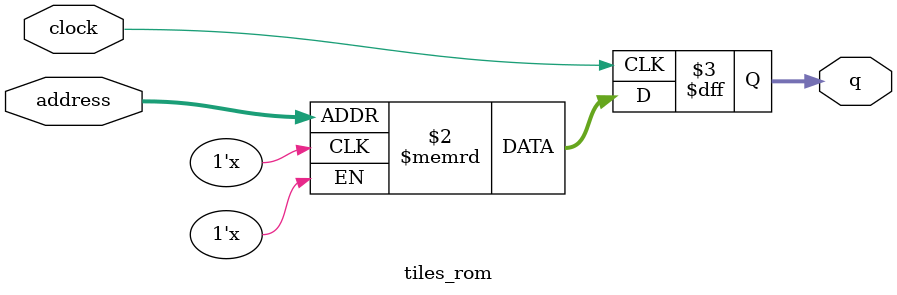
<source format=sv>
module tiles_rom (
	input logic clock,
	input logic [16:0] address,
	output logic [2:0] q
);

logic [2:0] memory [0:119999] /* synthesis ram_init_file = "./tiles/tiles.mif" */;
//initial $readmemh(".C:\Users\Arnav\Downloads\Final Proj\New folder\tiles\tiles.mif",  memory);
always_ff @ (posedge clock) begin
	q <= memory[address];
end

endmodule

</source>
